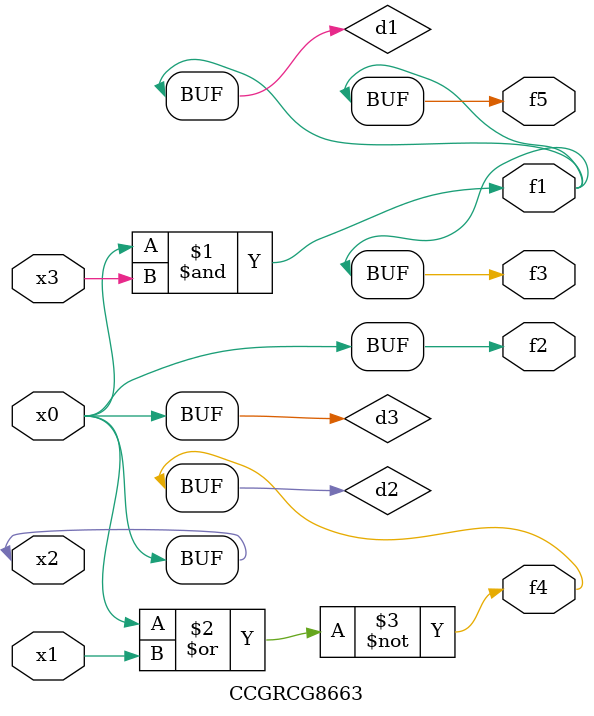
<source format=v>
module CCGRCG8663(
	input x0, x1, x2, x3,
	output f1, f2, f3, f4, f5
);

	wire d1, d2, d3;

	and (d1, x2, x3);
	nor (d2, x0, x1);
	buf (d3, x0, x2);
	assign f1 = d1;
	assign f2 = d3;
	assign f3 = d1;
	assign f4 = d2;
	assign f5 = d1;
endmodule

</source>
